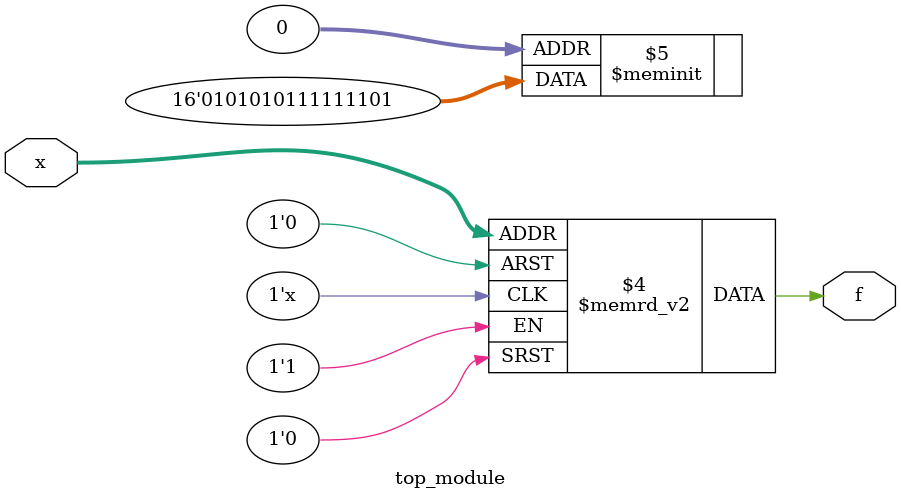
<source format=sv>
module top_module (
    input [4:1] x,
    output logic f
);

always_comb begin
    case ({x[4], x[3], x[2], x[1]})
        4'b0001: f = 0;
        4'b0011: f = 1;
        4'b0101: f = 1;
        4'b0111: f = 1;
        4'b1001: f = 0;
        4'b1011: f = 0;
        4'b1101: f = 0;
        4'b1111: f = 0;
        default: f = 1; // Don't care condition
    endcase
end

endmodule

</source>
